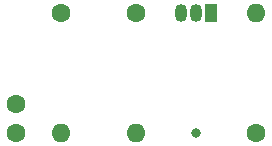
<source format=gbr>
G04 #@! TF.GenerationSoftware,KiCad,Pcbnew,(5.1.4)-1*
G04 #@! TF.CreationDate,2019-10-01T17:45:58-03:00*
G04 #@! TF.ProjectId,exemplo_curso,6578656d-706c-46f5-9f63-7572736f2e6b,rev?*
G04 #@! TF.SameCoordinates,Original*
G04 #@! TF.FileFunction,Copper,L2,Bot*
G04 #@! TF.FilePolarity,Positive*
%FSLAX46Y46*%
G04 Gerber Fmt 4.6, Leading zero omitted, Abs format (unit mm)*
G04 Created by KiCad (PCBNEW (5.1.4)-1) date 2019-10-01 17:45:58*
%MOMM*%
%LPD*%
G04 APERTURE LIST*
%ADD10O,1.600000X1.600000*%
%ADD11C,1.600000*%
%ADD12R,1.050000X1.500000*%
%ADD13O,1.050000X1.500000*%
%ADD14C,0.800000*%
G04 APERTURE END LIST*
D10*
X146050000Y-78740000D03*
D11*
X146050000Y-68580000D03*
D10*
X156210000Y-68580000D03*
D11*
X156210000Y-78740000D03*
D10*
X139700000Y-78740000D03*
D11*
X139700000Y-68580000D03*
D12*
X152400000Y-68580000D03*
D13*
X149860000Y-68580000D03*
X151130000Y-68580000D03*
D11*
X135890000Y-76240000D03*
X135890000Y-78740000D03*
D14*
X151130000Y-78740000D03*
M02*

</source>
